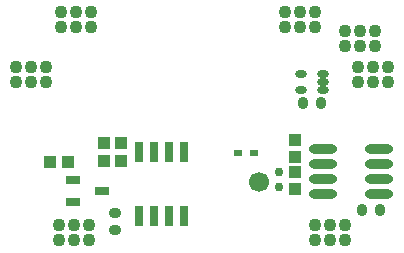
<source format=gbs>
G04*
G04 #@! TF.GenerationSoftware,Altium Limited,Altium Designer,20.1.8 (145)*
G04*
G04 Layer_Color=16711935*
%FSTAX43Y43*%
%MOMM*%
G71*
G04*
G04 #@! TF.SameCoordinates,0B34B400-A00A-4FE9-84D7-845614CC9F3F*
G04*
G04*
G04 #@! TF.FilePolarity,Negative*
G04*
G01*
G75*
%ADD15R,1.000X1.050*%
%ADD16R,1.050X1.000*%
G04:AMPARAMS|DCode=17|XSize=0.95mm|YSize=0.8mm|CornerRadius=0.25mm|HoleSize=0mm|Usage=FLASHONLY|Rotation=0.000|XOffset=0mm|YOffset=0mm|HoleType=Round|Shape=RoundedRectangle|*
%AMROUNDEDRECTD17*
21,1,0.950,0.300,0,0,0.0*
21,1,0.450,0.800,0,0,0.0*
1,1,0.500,0.225,-0.150*
1,1,0.500,-0.225,-0.150*
1,1,0.500,-0.225,0.150*
1,1,0.500,0.225,0.150*
%
%ADD17ROUNDEDRECTD17*%
G04:AMPARAMS|DCode=18|XSize=0.95mm|YSize=0.8mm|CornerRadius=0.25mm|HoleSize=0mm|Usage=FLASHONLY|Rotation=90.000|XOffset=0mm|YOffset=0mm|HoleType=Round|Shape=RoundedRectangle|*
%AMROUNDEDRECTD18*
21,1,0.950,0.300,0,0,90.0*
21,1,0.450,0.800,0,0,90.0*
1,1,0.500,0.150,0.225*
1,1,0.500,0.150,-0.225*
1,1,0.500,-0.150,-0.225*
1,1,0.500,-0.150,0.225*
%
%ADD18ROUNDEDRECTD18*%
G04:AMPARAMS|DCode=25|XSize=0.6mm|YSize=0.68mm|CornerRadius=0.2mm|HoleSize=0mm|Usage=FLASHONLY|Rotation=180.000|XOffset=0mm|YOffset=0mm|HoleType=Round|Shape=RoundedRectangle|*
%AMROUNDEDRECTD25*
21,1,0.600,0.280,0,0,180.0*
21,1,0.200,0.680,0,0,180.0*
1,1,0.400,-0.100,0.140*
1,1,0.400,0.100,0.140*
1,1,0.400,0.100,-0.140*
1,1,0.400,-0.100,-0.140*
%
%ADD25ROUNDEDRECTD25*%
%ADD31C,1.700*%
%ADD32C,1.100*%
%ADD58R,1.300X0.800*%
%ADD59R,0.800X1.750*%
%ADD60R,0.700X0.600*%
G04:AMPARAMS|DCode=61|XSize=0.6mm|YSize=0.95mm|CornerRadius=0.2mm|HoleSize=0mm|Usage=FLASHONLY|Rotation=90.000|XOffset=0mm|YOffset=0mm|HoleType=Round|Shape=RoundedRectangle|*
%AMROUNDEDRECTD61*
21,1,0.600,0.550,0,0,90.0*
21,1,0.200,0.950,0,0,90.0*
1,1,0.400,0.275,0.100*
1,1,0.400,0.275,-0.100*
1,1,0.400,-0.275,-0.100*
1,1,0.400,-0.275,0.100*
%
%ADD61ROUNDEDRECTD61*%
%ADD62O,2.400X0.800*%
D15*
X0104412Y0096244D02*
D03*
Y0097694D02*
D03*
Y0100444D02*
D03*
Y0098994D02*
D03*
D16*
X0088187Y0100126D02*
D03*
X0089637D02*
D03*
X0083667Y0098569D02*
D03*
X0085117D02*
D03*
X0089655Y0098619D02*
D03*
X0088205D02*
D03*
D17*
X0089104Y0094254D02*
D03*
Y0092754D02*
D03*
D18*
X0106562Y010354D02*
D03*
X0105062D02*
D03*
X0110062Y0094469D02*
D03*
X0111562D02*
D03*
D25*
X0103012Y0096409D02*
D03*
Y0097729D02*
D03*
D31*
X0101312Y0096819D02*
D03*
D32*
X0087112Y0111239D02*
D03*
Y0109969D02*
D03*
X0085842Y0111239D02*
D03*
Y0109969D02*
D03*
X0084572Y0111239D02*
D03*
Y0109969D02*
D03*
X0111112Y0108349D02*
D03*
Y0109619D02*
D03*
X0108572D02*
D03*
X0109842D02*
D03*
X0108572Y0108349D02*
D03*
X0109842D02*
D03*
X0084392Y0091899D02*
D03*
Y0093169D02*
D03*
X0085662Y0091899D02*
D03*
Y0093169D02*
D03*
X0086932Y0091899D02*
D03*
Y0093169D02*
D03*
X0106112Y0111239D02*
D03*
Y0109969D02*
D03*
X0104842Y0111239D02*
D03*
Y0109969D02*
D03*
X0103572Y0111239D02*
D03*
Y0109969D02*
D03*
X0109718Y0106581D02*
D03*
Y0105311D02*
D03*
X0110988Y0106581D02*
D03*
Y0105311D02*
D03*
X0112258Y0106581D02*
D03*
Y0105311D02*
D03*
X0106092Y0091899D02*
D03*
Y0093169D02*
D03*
X0107362Y0091899D02*
D03*
Y0093169D02*
D03*
X0108632Y0091899D02*
D03*
Y0093169D02*
D03*
X0080766Y0106581D02*
D03*
Y0105311D02*
D03*
X0082036Y0106581D02*
D03*
Y0105311D02*
D03*
X0083306Y0106581D02*
D03*
Y0105311D02*
D03*
D58*
X0085612Y0095119D02*
D03*
Y0097019D02*
D03*
X0088012Y0096069D02*
D03*
D59*
X0091207Y0093969D02*
D03*
X0092477D02*
D03*
X0093747D02*
D03*
X0095017D02*
D03*
Y0099369D02*
D03*
X0093747D02*
D03*
X0092477D02*
D03*
X0091207D02*
D03*
D60*
X0100885Y0099269D02*
D03*
X0099585D02*
D03*
D61*
X0106762Y0105953D02*
D03*
Y0105303D02*
D03*
Y0104653D02*
D03*
X0104862D02*
D03*
Y0105953D02*
D03*
D62*
X0106712Y0095824D02*
D03*
Y0097094D02*
D03*
Y0098364D02*
D03*
Y0099634D02*
D03*
X0111512Y0095824D02*
D03*
Y0097094D02*
D03*
Y0098364D02*
D03*
Y0099634D02*
D03*
M02*

</source>
